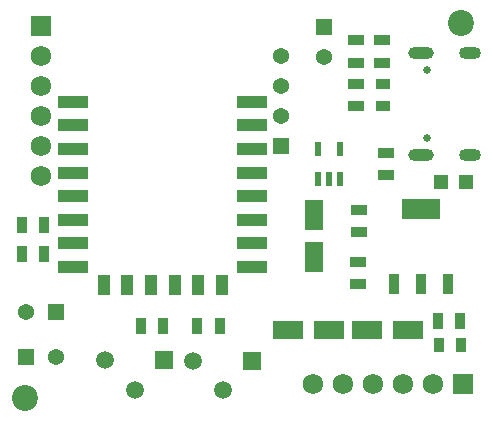
<source format=gbr>
G04*
G04 #@! TF.GenerationSoftware,Altium Limited,Altium Designer,24.1.2 (44)*
G04*
G04 Layer_Color=255*
%FSLAX25Y25*%
%MOIN*%
G70*
G04*
G04 #@! TF.SameCoordinates,EBF418CC-EE97-4C3D-AA47-A42144AD25BC*
G04*
G04*
G04 #@! TF.FilePolarity,Positive*
G04*
G01*
G75*
%ADD16R,0.09843X0.03937*%
%ADD17R,0.03937X0.07087*%
%ADD18R,0.03543X0.05709*%
%ADD19R,0.03740X0.06890*%
%ADD20R,0.12598X0.06890*%
%ADD21R,0.02200X0.05000*%
%ADD22R,0.09843X0.06299*%
%ADD23R,0.06299X0.09843*%
%ADD24R,0.05709X0.03543*%
%ADD25R,0.03543X0.05118*%
%ADD26R,0.04724X0.04724*%
%ADD27R,0.05118X0.03543*%
%ADD53C,0.08661*%
%ADD54R,0.05937X0.05937*%
%ADD55C,0.05937*%
%ADD56C,0.05394*%
%ADD57R,0.05394X0.05394*%
%ADD58R,0.05394X0.05394*%
%ADD59R,0.06791X0.06791*%
%ADD60C,0.06791*%
%ADD61R,0.06791X0.06791*%
%ADD62C,0.02559*%
%ADD63O,0.07284X0.04134*%
%ADD64O,0.08465X0.04134*%
D16*
X208421Y227280D02*
D03*
Y219406D02*
D03*
Y211532D02*
D03*
Y203657D02*
D03*
Y195783D02*
D03*
Y187909D02*
D03*
Y180035D02*
D03*
Y172161D02*
D03*
X148579D02*
D03*
Y180035D02*
D03*
Y187909D02*
D03*
Y195783D02*
D03*
Y203657D02*
D03*
Y211532D02*
D03*
Y219406D02*
D03*
Y227280D02*
D03*
D17*
X198185Y166256D02*
D03*
X190311D02*
D03*
X182437D02*
D03*
X174563D02*
D03*
X166689D02*
D03*
X158815D02*
D03*
D18*
X131500Y186000D02*
D03*
X138980D02*
D03*
Y176500D02*
D03*
X131500D02*
D03*
X171260Y152500D02*
D03*
X178740D02*
D03*
X190000D02*
D03*
X197480D02*
D03*
X270260Y154000D02*
D03*
X277740D02*
D03*
D19*
X255445Y166598D02*
D03*
X264500D02*
D03*
X273555D02*
D03*
D20*
X264500Y191402D02*
D03*
D21*
X230300Y201400D02*
D03*
X234000D02*
D03*
X237700D02*
D03*
Y211600D02*
D03*
X230300D02*
D03*
D22*
X246610Y151000D02*
D03*
X260390D02*
D03*
X234000D02*
D03*
X220220D02*
D03*
D23*
X229000Y189390D02*
D03*
Y175610D02*
D03*
D24*
X244000Y183760D02*
D03*
Y191240D02*
D03*
X243500Y166500D02*
D03*
Y173980D02*
D03*
X253000Y210240D02*
D03*
Y202760D02*
D03*
X243000Y225760D02*
D03*
Y233240D02*
D03*
X251711Y240260D02*
D03*
Y247740D02*
D03*
X243000D02*
D03*
Y240260D02*
D03*
D25*
X270500Y146000D02*
D03*
X277980D02*
D03*
D26*
X279500Y200500D02*
D03*
X271232D02*
D03*
D27*
X252000Y233240D02*
D03*
Y225760D02*
D03*
D53*
X132500Y128500D02*
D03*
X278000Y253500D02*
D03*
D54*
X208342Y140843D02*
D03*
X179000Y141000D02*
D03*
D55*
X198500Y131000D02*
D03*
X188657Y140843D02*
D03*
X169157Y131157D02*
D03*
X159315Y141000D02*
D03*
D56*
X133000Y157000D02*
D03*
X143000Y142000D02*
D03*
X218000Y222500D02*
D03*
Y232500D02*
D03*
Y242500D02*
D03*
X232139Y242000D02*
D03*
D57*
X143000Y157000D02*
D03*
X133000Y142000D02*
D03*
X218000Y212500D02*
D03*
D58*
X232139Y252000D02*
D03*
D59*
X138000Y252500D02*
D03*
D60*
Y242500D02*
D03*
Y232500D02*
D03*
Y222500D02*
D03*
Y212500D02*
D03*
Y202500D02*
D03*
X268500Y133000D02*
D03*
X258500D02*
D03*
X248500D02*
D03*
X238500D02*
D03*
X228500D02*
D03*
D61*
X278500D02*
D03*
D62*
X266512Y237878D02*
D03*
Y215122D02*
D03*
D63*
X281000Y209492D02*
D03*
Y243508D02*
D03*
D64*
X264543Y209492D02*
D03*
Y243508D02*
D03*
M02*

</source>
